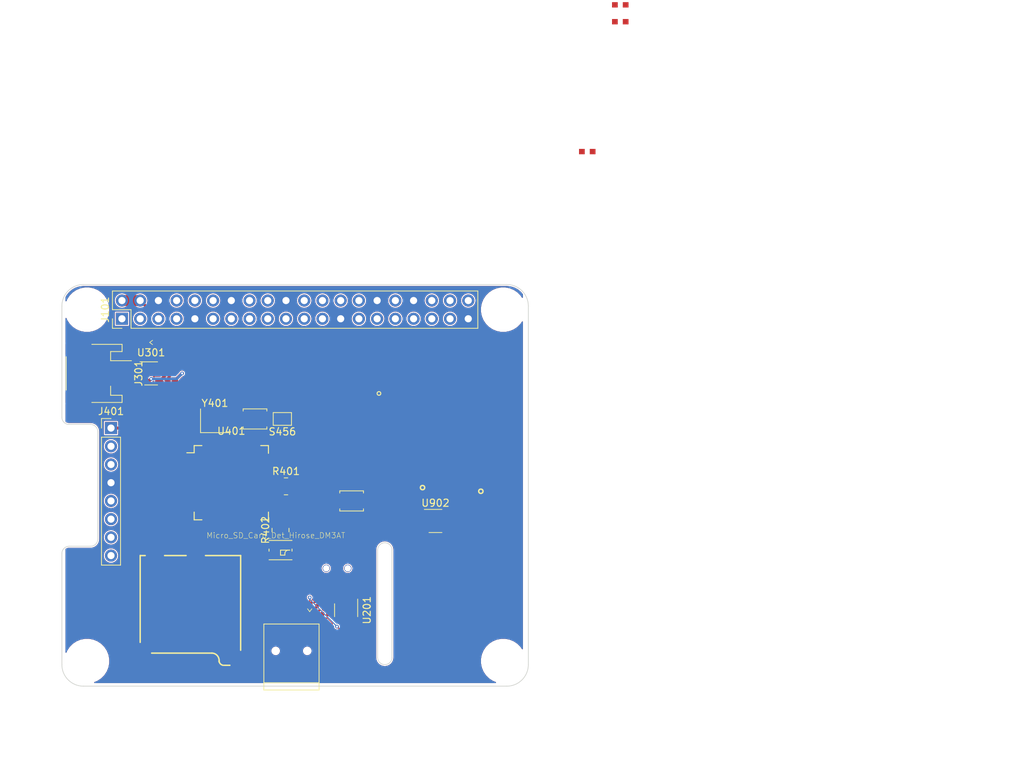
<source format=kicad_pcb>
(kicad_pcb (version 20171130) (host pcbnew "(5.1.0)-1")
  (layers (0 F.Cu signal) (31 B.Cu signal) (34 B.Paste user) (35 F.Paste user) (36 B.SilkS user) (37 F.SilkS user) (38 B.Mask user) (39 F.Mask user) (44 Edge.Cuts user))
  (net 0 "")
  (net 1 GND)
  (net 2 /VBUS)
  (net 3 /USBD-)
  (net 4 /USBD+)
  (net 5 VCC)
  (net 6 /VIN+)
  (net 7 /BYP)
  (net 8 /VLIPO)
  (net 9 /RTXC1)
  (net 10 /RTXC2)
  (net 11 /XTAL2)
  (net 12 /XTAL1)
  (net 13 /MPU6050/N$13)
  (net 14 /MPU6050/N$1)
  (net 15 /HMC5883L/SETP)
  (net 16 /HMC5883L/SETC)
  (net 17 /HMC5883L/C1)
  (net 18 /HighAcc/YACC)
  (net 19 /HighAcc/XACC)
  (net 20 /HighAcc/ZACC)
  (net 21 /DB)
  (net 22 /DG)
  (net 23 /DR)
  (net 24 /CONN_D-)
  (net 25 /CONN_D+)
  (net 26 /SDA0)
  (net 27 /SCL0)
  (net 28 /BSL)
  (net 29 /RX0)
  (net 30 /TX0)
  (net 31 "Net-(J701-Pad10)")
  (net 32 /CS0)
  (net 33 /MOSI0)
  (net 34 /SCK0)
  (net 35 /MISO0)
  (net 36 /USB_LIGHT)
  (net 37 /USB_ON)
  (net 38 /PWMB)
  (net 39 /PWMG)
  (net 40 /PWMR)
  (net 41 /PWR_EN)
  (net 42 /RST)
  (net 43 /ACCINT)
  (net 44 /COMPINT)
  (net 45 /USB_LIGHT+)
  (net 46 /USB_LIGHT-)
  (net 47 /STAT-)
  (net 48 /STAT+)
  (net 49 /PROG)
  (net 50 /RST-)
  (module KwanSystems:ADXL377 (layer F.Cu) (at 133.858 109.474 90)
    (fp_text reference U901)
    (fp_text value ADXL377)
    (pad ~ smd rect (at 0 0 270) (size 1.6 1.6) (layers F.Cu F.Paste F.Mask))
    (pad 13 smd rect (at 0.75 -1.4) (size 0.6 0.3) (layers F.Cu F.Paste F.Mask))
    (pad 16 smd rect (at -0.75 -1.4 180) (size 0.6 0.3) (layers F.Cu F.Paste F.Mask) (net 20 /HighAcc/ZACC))
    (pad 15 smd rect (at -0.25 -1.4 180) (size 0.6 0.3) (layers F.Cu F.Paste F.Mask) (net 5 VCC))
    (pad 14 smd rect (at 0.25 -1.4) (size 0.6 0.3) (layers F.Cu F.Paste F.Mask) (net 5 VCC))
    (pad 9 smd rect (at 1.4 0.75 270) (size 0.6 0.3) (layers F.Cu F.Paste F.Mask))
    (pad 12 smd rect (at 1.4 -0.75 270) (size 0.6 0.3) (layers F.Cu F.Paste F.Mask))
    (pad 11 smd rect (at 1.4 -0.25 90) (size 0.6 0.3) (layers F.Cu F.Paste F.Mask))
    (pad 10 smd rect (at 1.4 0.25 270) (size 0.6 0.3) (layers F.Cu F.Paste F.Mask))
    (pad 5 smd rect (at -0.75 1.4 180) (size 0.6 0.3) (layers F.Cu F.Paste F.Mask) (net 19 /HighAcc/XACC))
    (pad 8 smd rect (at 0.75 1.4) (size 0.6 0.3) (layers F.Cu F.Paste F.Mask))
    (pad 7 smd rect (at 0.25 1.4) (size 0.6 0.3) (layers F.Cu F.Paste F.Mask) (net 1 GND))
    (pad 6 smd rect (at -0.25 1.4 180) (size 0.6 0.3) (layers F.Cu F.Paste F.Mask) (net 1 GND))
    (pad 3 smd rect (at -1.4 0.25 270) (size 0.6 0.3) (layers F.Cu F.Paste F.Mask))
    (pad 4 smd rect (at -1.4 0.75 90) (size 0.6 0.3) (layers F.Cu F.Paste F.Mask) (net 18 /HighAcc/YACC))
    (pad 1 smd rect (at -1.4 -0.75 90) (size 0.6 0.3) (layers F.Cu F.Paste F.Mask))
    (pad 2 smd rect (at -1.4 -0.25 90) (size 0.6 0.3) (layers F.Cu F.Paste F.Mask) (net 1 GND))
  )
  (module KwanSystems:ABS06 (layer F.Cu) (at 98.044 108.204 270)
    (fp_text reference Y402)
    (fp_text value 32kiHz)
    (pad 1 smd rect (at -0.725 0 270) (size 0.75 1.4) (layers F.Cu F.Paste F.Mask) (net 9 /RTXC1))
    (pad 2 smd rect (at 0.725 0 270) (size 0.75 1.4) (layers F.Cu F.Paste F.Mask) (net 10 /RTXC2))
  )
  (module TO_SOT_Packages_SMD:SOT-23-8 (layer F.Cu) (at 133.858 115.824)
    (fp_text reference U902 (at 0 -2.5) (layer F.SilkS))
    (fp_text value AD7991)
    (pad 1 smd rect (at -1.1 -0.98) (size 1.06 0.4) (layers F.Cu F.Paste F.Mask) (net 27 /SCL0))
    (pad 2 smd rect (at -1.1 -0.33) (size 1.06 0.4) (layers F.Cu F.Paste F.Mask) (net 26 /SDA0))
    (pad 3 smd rect (at -1.1 0.33) (size 1.06 0.4) (layers F.Cu F.Paste F.Mask) (net 19 /HighAcc/XACC))
    (pad 4 smd rect (at -1.1 0.98) (size 1.06 0.4) (layers F.Cu F.Paste F.Mask) (net 18 /HighAcc/YACC))
    (pad 5 smd rect (at 1.1 0.98) (size 1.06 0.4) (layers F.Cu F.Paste F.Mask))
    (pad 6 smd rect (at 1.1 0.33) (size 1.06 0.4) (layers F.Cu F.Paste F.Mask) (net 20 /HighAcc/ZACC))
    (pad 7 smd rect (at 1.1 -0.33) (size 1.06 0.4) (layers F.Cu F.Paste F.Mask) (net 1 GND))
    (pad 8 smd rect (at 1.1 -0.98) (size 1.06 0.4) (layers F.Cu F.Paste F.Mask) (net 5 VCC))
  )
  (module KwanSystems:MPU60x0 (layer F.Cu) (at 128.27 100.33)
    (fp_text reference U601 hide)
    (fp_text value MPU6050 hide)
    (pad 13 smd custom (at 2 1.25 180) (size 0.35 0.35) (layers F.Cu F.Paste F.Mask) (net 5 VCC) (options (clearance outline) (anchor rect)) (primitives (gr_poly (pts (xy -0.4 -0.175) (xy -0.4 0.175) (xy 0.4 0.175) (xy 0.4 -0.05) (xy 0.275 -0.175)) (width 0))))
    (pad 18 smd custom (at 2 -1.25 180) (size 0.35 0.35) (layers F.Cu B.Paste B.Mask) (net 1 GND) (options (clearance outline) (anchor rect)) (primitives (gr_poly (pts (xy -0.4 0.175) (xy -0.4 -0.175) (xy 0.4 -0.175) (xy 0.4 0.05) (xy 0.275 0.175)) (width 0))))
    (pad 6 smd custom (at -2 1.25) (size 0.35 0.35) (layers F.Cu B.Paste B.Mask) (options (clearance outline) (anchor rect)) (primitives (gr_poly (pts (xy -0.4 0.175) (xy -0.4 -0.175) (xy 0.4 -0.175) (xy 0.4 0.05) (xy 0.275 0.175)) (width 0))))
    (pad 7 smd custom (at -1.25 1.975 90) (size 0.35 0.35) (layers F.Cu F.Paste F.Mask) (options (clearance outline) (anchor rect)) (primitives (gr_poly (pts (xy -0.425 -0.175) (xy -0.425 0.175) (xy 0.425 0.175) (xy 0.425 -0.05) (xy 0.3 -0.175)) (width 0))))
    (pad 12 smd custom (at 1.25 1.975 90) (size 0.35 0.35) (layers F.Cu B.Paste B.Mask) (net 43 /ACCINT) (options (clearance outline) (anchor rect)) (primitives (gr_poly (pts (xy -0.425 0.175) (xy -0.425 -0.175) (xy 0.425 -0.175) (xy 0.425 0.05) (xy 0.3 0.175)) (width 0))))
    (pad 19 smd custom (at 1.25 -1.975 270) (size 0.35 0.35) (layers F.Cu F.Paste F.Mask) (options (clearance outline) (anchor rect)) (primitives (gr_poly (pts (xy -0.425 -0.175) (xy -0.425 0.175) (xy 0.425 0.175) (xy 0.425 -0.05) (xy 0.3 -0.175)) (width 0))))
    (pad 24 smd custom (at -1.25 -1.975 270) (size 0.35 0.35) (layers F.Cu B.Paste B.Mask) (net 26 /SDA0) (options (clearance outline) (anchor rect)) (primitives (gr_poly (pts (xy -0.425 0.175) (xy -0.425 -0.175) (xy 0.425 -0.175) (xy 0.425 0.05) (xy 0.3 0.175)) (width 0))))
    (pad 22 smd rect (at -0.25 -1.975) (size 0.35 0.85) (layers F.Cu F.Paste F.Mask))
    (pad 21 smd rect (at 0.25 -1.975) (size 0.35 0.85) (layers F.Cu F.Paste F.Mask))
    (pad 20 smd rect (at 0.75 -1.975) (size 0.35 0.85) (layers F.Cu F.Paste F.Mask) (net 14 /MPU6050/N$1))
    (pad 23 smd rect (at -0.75 -1.975) (size 0.35 0.85) (layers F.Cu F.Paste F.Mask) (net 27 /SCL0))
    (pad 10 smd rect (at 0.25 1.975 180) (size 0.35 0.85) (layers F.Cu F.Paste F.Mask) (net 13 /MPU6050/N$13))
    (pad 9 smd rect (at -0.25 1.975 180) (size 0.35 0.85) (layers F.Cu F.Paste F.Mask) (net 1 GND))
    (pad 8 smd rect (at -0.75 1.975 180) (size 0.35 0.85) (layers F.Cu F.Paste F.Mask) (net 5 VCC))
    (pad 11 smd rect (at 0.75 1.975 180) (size 0.35 0.85) (layers F.Cu F.Paste F.Mask) (net 1 GND))
    (pad 4 smd rect (at -2 0.25 90) (size 0.35 0.8) (layers F.Cu F.Paste F.Mask))
    (pad 3 smd rect (at -2 -0.25 90) (size 0.35 0.8) (layers F.Cu F.Paste F.Mask))
    (pad 2 smd rect (at -2 -0.75 90) (size 0.35 0.8) (layers F.Cu F.Paste F.Mask))
    (pad 1 smd custom (at -2 -1.25) (size 0.35 0.35) (layers F.Cu F.Paste F.Mask) (net 1 GND) (options (clearance outline) (anchor rect)) (primitives (gr_poly (pts (xy -0.4 -0.175) (xy -0.4 0.175) (xy 0.4 0.175) (xy 0.4 -0.05) (xy 0.275 -0.175)) (width 0))))
    (pad 5 smd rect (at -2 0.75 90) (size 0.35 0.8) (layers F.Cu F.Paste F.Mask))
    (pad 16 smd rect (at 2 -0.25 270) (size 0.35 0.8) (layers F.Cu F.Paste F.Mask))
    (pad 15 smd rect (at 2 0.25 270) (size 0.35 0.8) (layers F.Cu F.Paste F.Mask))
    (pad 14 smd rect (at 2 0.75 270) (size 0.35 0.8) (layers F.Cu F.Paste F.Mask))
    (pad 17 smd rect (at 2 -0.75 270) (size 0.35 0.8) (layers F.Cu F.Paste F.Mask))
  )
  (module Pin_Headers:Pin_Header_Straight_2x20_Pitch2.54mm (layer F.Cu) (at 90.17 87.63 90)
    (fp_text reference J101 (at 1.27 -2.33 90) (layer F.SilkS))
    (fp_text value Raspberry_Pi_40)
    (pad 40 thru_hole oval (at 2.54 48.26 90) (size 1.7 1.7) (drill 1) (layers *.Cu *.Mask))
    (pad 39 thru_hole oval (at 0 48.26 90) (size 1.7 1.7) (drill 1) (layers *.Cu *.Mask) (net 1 GND))
    (pad 38 thru_hole oval (at 2.54 45.72 90) (size 1.7 1.7) (drill 1) (layers *.Cu *.Mask))
    (pad 37 thru_hole oval (at 0 45.72 90) (size 1.7 1.7) (drill 1) (layers *.Cu *.Mask))
    (pad 36 thru_hole oval (at 2.54 43.18 90) (size 1.7 1.7) (drill 1) (layers *.Cu *.Mask))
    (pad 35 thru_hole oval (at 0 43.18 90) (size 1.7 1.7) (drill 1) (layers *.Cu *.Mask))
    (pad 34 thru_hole oval (at 2.54 40.64 90) (size 1.7 1.7) (drill 1) (layers *.Cu *.Mask) (net 1 GND))
    (pad 33 thru_hole oval (at 0 40.64 90) (size 1.7 1.7) (drill 1) (layers *.Cu *.Mask))
    (pad 32 thru_hole oval (at 2.54 38.1 90) (size 1.7 1.7) (drill 1) (layers *.Cu *.Mask))
    (pad 31 thru_hole oval (at 0 38.1 90) (size 1.7 1.7) (drill 1) (layers *.Cu *.Mask))
    (pad 30 thru_hole oval (at 2.54 35.56 90) (size 1.7 1.7) (drill 1) (layers *.Cu *.Mask) (net 1 GND))
    (pad 29 thru_hole oval (at 0 35.56 90) (size 1.7 1.7) (drill 1) (layers *.Cu *.Mask))
    (pad 28 thru_hole oval (at 2.54 33.02 90) (size 1.7 1.7) (drill 1) (layers *.Cu *.Mask))
    (pad 27 thru_hole oval (at 0 33.02 90) (size 1.7 1.7) (drill 1) (layers *.Cu *.Mask))
    (pad 26 thru_hole oval (at 2.54 30.48 90) (size 1.7 1.7) (drill 1) (layers *.Cu *.Mask))
    (pad 25 thru_hole oval (at 0 30.48 90) (size 1.7 1.7) (drill 1) (layers *.Cu *.Mask) (net 1 GND))
    (pad 24 thru_hole oval (at 2.54 27.94 90) (size 1.7 1.7) (drill 1) (layers *.Cu *.Mask))
    (pad 23 thru_hole oval (at 0 27.94 90) (size 1.7 1.7) (drill 1) (layers *.Cu *.Mask))
    (pad 22 thru_hole oval (at 2.54 25.4 90) (size 1.7 1.7) (drill 1) (layers *.Cu *.Mask))
    (pad 21 thru_hole oval (at 0 25.4 90) (size 1.7 1.7) (drill 1) (layers *.Cu *.Mask))
    (pad 20 thru_hole oval (at 2.54 22.86 90) (size 1.7 1.7) (drill 1) (layers *.Cu *.Mask) (net 1 GND))
    (pad 19 thru_hole oval (at 0 22.86 90) (size 1.7 1.7) (drill 1) (layers *.Cu *.Mask))
    (pad 18 thru_hole oval (at 2.54 20.32 90) (size 1.7 1.7) (drill 1) (layers *.Cu *.Mask))
    (pad 17 thru_hole oval (at 0 20.32 90) (size 1.7 1.7) (drill 1) (layers *.Cu *.Mask))
    (pad 16 thru_hole oval (at 2.54 17.78 90) (size 1.7 1.7) (drill 1) (layers *.Cu *.Mask))
    (pad 15 thru_hole oval (at 0 17.78 90) (size 1.7 1.7) (drill 1) (layers *.Cu *.Mask))
    (pad 14 thru_hole oval (at 2.54 15.24 90) (size 1.7 1.7) (drill 1) (layers *.Cu *.Mask) (net 1 GND))
    (pad 13 thru_hole oval (at 0 15.24 90) (size 1.7 1.7) (drill 1) (layers *.Cu *.Mask))
    (pad 12 thru_hole oval (at 2.54 12.7 90) (size 1.7 1.7) (drill 1) (layers *.Cu *.Mask))
    (pad 11 thru_hole oval (at 0 12.7 90) (size 1.7 1.7) (drill 1) (layers *.Cu *.Mask))
    (pad 10 thru_hole oval (at 2.54 10.16 90) (size 1.7 1.7) (drill 1) (layers *.Cu *.Mask))
    (pad 9 thru_hole oval (at 0 10.16 90) (size 1.7 1.7) (drill 1) (layers *.Cu *.Mask) (net 1 GND))
    (pad 8 thru_hole oval (at 2.54 7.62 90) (size 1.7 1.7) (drill 1) (layers *.Cu *.Mask))
    (pad 7 thru_hole oval (at 0 7.62 90) (size 1.7 1.7) (drill 1) (layers *.Cu *.Mask))
    (pad 6 thru_hole oval (at 2.54 5.08 90) (size 1.7 1.7) (drill 1) (layers *.Cu *.Mask) (net 1 GND))
    (pad 5 thru_hole oval (at 0 5.08 90) (size 1.7 1.7) (drill 1) (layers *.Cu *.Mask))
    (pad 4 thru_hole oval (at 2.54 2.54 90) (size 1.7 1.7) (drill 1) (layers *.Cu *.Mask) (net 2 /VBUS))
    (pad 3 thru_hole oval (at 0 2.54 90) (size 1.7 1.7) (drill 1) (layers *.Cu *.Mask))
    (pad 2 thru_hole oval (at 2.54 0 90) (size 1.7 1.7) (drill 1) (layers *.Cu *.Mask) (net 2 /VBUS))
    (pad 1 thru_hole rect (at 0 0 90) (size 1.7 1.7) (drill 1) (layers *.Cu *.Mask))
  )
  (module RPi_Hat:RPi_Hat_Mounting_Hole (layer F.Cu) (at 143.3 86.36)
    (fp_text reference "" hide)
    (fp_text value "" hide)
    (pad "" np_thru_hole circle (at 0 0) (size 2.75 2.75) (drill 2.75) (layers *.Cu *.Mask) (clearance 1.725))
  )
  (module RPi_Hat:RPi_Hat_Mounting_Hole (layer F.Cu) (at 143.3 135.36)
    (fp_text reference "" hide)
    (fp_text value "" hide)
    (pad "" np_thru_hole circle (at 0 0) (size 2.75 2.75) (drill 2.75) (layers *.Cu *.Mask) (clearance 1.725))
  )
  (module RPi_Hat:RPi_Hat_Mounting_Hole (layer F.Cu) (at 85.3 135.36)
    (fp_text reference "" hide)
    (fp_text value "" hide)
    (pad "" np_thru_hole circle (at 0 0) (size 2.75 2.75) (drill 2.75) (layers *.Cu *.Mask) (clearance 1.725))
  )
  (module RPi_Hat:RPi_Hat_Mounting_Hole (layer F.Cu) (at 85.3 86.36)
    (fp_text reference "" hide)
    (fp_text value "" hide)
    (pad "" np_thru_hole circle (at 0 0) (size 2.75 2.75) (drill 2.75) (layers *.Cu *.Mask) (clearance 1.725))
  )
  (module KwanSystems:SMD_0402 (layer F.Cu) (at 109.982 128.27 90)
    (fp_text reference C010)
    (fp_text value 1uF)
    (pad 2 smd rect (at 0.55 0 90) (size 0.6 0.5) (layers F.Cu F.Paste F.Mask) (net 1 GND))
    (pad 1 smd rect (at -0.55 0 90) (size 0.6 0.5) (layers F.Cu F.Paste F.Mask) (net 2 /VBUS))
  )
  (module KwanSystems:SMD_0402 (layer F.Cu) (at 112.268 128.27 270)
    (fp_text reference C020)
    (fp_text value 22pF)
    (pad 1 smd rect (at -0.55 0 270) (size 0.6 0.5) (layers F.Cu F.Paste F.Mask) (net 3 /USBD-))
    (pad 2 smd rect (at 0.55 0 270) (size 0.6 0.5) (layers F.Cu F.Paste F.Mask) (net 1 GND))
  )
  (module KwanSystems:SMD_0402 (layer F.Cu) (at 115.316 128.27 270)
    (fp_text reference C030)
    (fp_text value 22pF)
    (pad 2 smd rect (at 0.55 0 270) (size 0.6 0.5) (layers F.Cu F.Paste F.Mask) (net 1 GND))
    (pad 1 smd rect (at -0.55 0 270) (size 0.6 0.5) (layers F.Cu F.Paste F.Mask) (net 4 /USBD+))
  )
  (module KwanSystems:SMD_0402 (layer F.Cu) (at 139.446 92.202 180)
    (fp_text reference C101)
    (fp_text value 100nF)
    (pad 1 smd rect (at -0.55 0 180) (size 0.6 0.5) (layers F.Cu F.Paste F.Mask) (net 1 GND))
    (pad 2 smd rect (at 0.55 0 180) (size 0.6 0.5) (layers F.Cu F.Paste F.Mask) (net 5 VCC))
  )
  (module KwanSystems:SMD_0402 (layer F.Cu) (at 123.698 128.27 270)
    (fp_text reference C204)
    (fp_text value 1uF)
    (pad 2 smd rect (at 0.55 0 270) (size 0.6 0.5) (layers F.Cu F.Paste F.Mask) (net 1 GND))
    (pad 1 smd rect (at -0.55 0 270) (size 0.6 0.5) (layers F.Cu F.Paste F.Mask) (net 6 /VIN+))
  )
  (module KwanSystems:SMD_0402 (layer F.Cu) (at 118.872 128.27 90)
    (fp_text reference C214)
    (fp_text value 100nF)
    (pad 1 smd rect (at -0.55 0 90) (size 0.6 0.5) (layers F.Cu F.Paste F.Mask) (net 7 /BYP))
    (pad 2 smd rect (at 0.55 0 90) (size 0.6 0.5) (layers F.Cu F.Paste F.Mask) (net 1 GND))
  )
  (module KwanSystems:SMD_0402 (layer F.Cu) (at 133.096 129.54)
    (fp_text reference C215)
    (fp_text value 4.7nF)
    (pad 1 smd rect (at -0.55 0) (size 0.6 0.5) (layers F.Cu F.Paste F.Mask) (net 5 VCC))
    (pad 2 smd rect (at 0.55 0) (size 0.6 0.5) (layers F.Cu F.Paste F.Mask) (net 1 GND))
  )
  (module KwanSystems:SMD_0402 (layer F.Cu) (at 94.234 97.536)
    (fp_text reference C301)
    (fp_text value 4.7uF)
    (pad 1 smd rect (at -0.55 0) (size 0.6 0.5) (layers F.Cu F.Paste F.Mask) (net 8 /VLIPO))
    (pad 2 smd rect (at 0.55 0) (size 0.6 0.5) (layers F.Cu F.Paste F.Mask) (net 1 GND))
  )
  (module KwanSystems:SMD_0402 (layer F.Cu) (at 94.234 98.298 180)
    (fp_text reference C302)
    (fp_text value 4.7uF)
    (pad 2 smd rect (at 0.55 0 180) (size 0.6 0.5) (layers F.Cu F.Paste F.Mask) (net 1 GND))
    (pad 1 smd rect (at -0.55 0 180) (size 0.6 0.5) (layers F.Cu F.Paste F.Mask) (net 2 /VBUS))
  )
  (module KwanSystems:SMD_0402 (layer F.Cu) (at 96.012 107.442)
    (fp_text reference C403)
    (fp_text value 18pF)
    (pad 2 smd rect (at 0.55 0) (size 0.6 0.5) (layers F.Cu F.Paste F.Mask) (net 9 /RTXC1))
    (pad 1 smd rect (at -0.55 0) (size 0.6 0.5) (layers F.Cu F.Paste F.Mask) (net 1 GND))
  )
  (module KwanSystems:SMD_0402 (layer F.Cu) (at 96.012 108.966)
    (fp_text reference C405)
    (fp_text value 18pF)
    (pad 1 smd rect (at -0.55 0) (size 0.6 0.5) (layers F.Cu F.Paste F.Mask) (net 1 GND))
    (pad 2 smd rect (at 0.55 0) (size 0.6 0.5) (layers F.Cu F.Paste F.Mask) (net 10 /RTXC2))
  )
  (module KwanSystems:SMD_0402 (layer F.Cu) (at 105.156 117.348)
    (fp_text reference C423)
    (fp_text value 1uF)
    (pad 2 smd rect (at 0.55 0) (size 0.6 0.5) (layers F.Cu F.Paste F.Mask) (net 1 GND))
    (pad 1 smd rect (at -0.55 0) (size 0.6 0.5) (layers F.Cu F.Paste F.Mask) (net 5 VCC))
  )
  (module KwanSystems:SMD_0402 (layer F.Cu) (at 113.03 109.22 180)
    (fp_text reference C443)
    (fp_text value 100nF)
    (pad 2 smd rect (at 0.55 0 180) (size 0.6 0.5) (layers F.Cu F.Paste F.Mask) (net 1 GND))
    (pad 1 smd rect (at -0.55 0 180) (size 0.6 0.5) (layers F.Cu F.Paste F.Mask) (net 5 VCC))
  )
  (module KwanSystems:SMD_0402 (layer F.Cu) (at 110.744 104.648 180)
    (fp_text reference C449)
    (fp_text value 100nF)
    (pad 1 smd rect (at -0.55 0 180) (size 0.6 0.5) (layers F.Cu F.Paste F.Mask) (net 1 GND))
    (pad 2 smd rect (at 0.55 0 180) (size 0.6 0.5) (layers F.Cu F.Paste F.Mask) (net 8 /VLIPO))
  )
  (module KwanSystems:SMD_0402 (layer F.Cu) (at 110.744 103.632)
    (fp_text reference C451)
    (fp_text value 100nF)
    (pad 1 smd rect (at -0.55 0) (size 0.6 0.5) (layers F.Cu F.Paste F.Mask) (net 5 VCC))
    (pad 2 smd rect (at 0.55 0) (size 0.6 0.5) (layers F.Cu F.Paste F.Mask) (net 1 GND))
  )
  (module KwanSystems:SMD_0402 (layer F.Cu) (at 105.664 101.854 90)
    (fp_text reference C461)
    (fp_text value 33pF)
    (pad 1 smd rect (at -0.55 0 90) (size 0.6 0.5) (layers F.Cu F.Paste F.Mask) (net 1 GND))
    (pad 2 smd rect (at 0.55 0 90) (size 0.6 0.5) (layers F.Cu F.Paste F.Mask) (net 11 /XTAL2))
  )
  (module KwanSystems:SMD_0402 (layer F.Cu) (at 100.584 101.854 270)
    (fp_text reference C462)
    (fp_text value 33pF)
    (pad 2 smd rect (at 0.55 0 270) (size 0.6 0.5) (layers F.Cu F.Paste F.Mask) (net 12 /XTAL1))
    (pad 1 smd rect (at -0.55 0 270) (size 0.6 0.5) (layers F.Cu F.Paste F.Mask) (net 1 GND))
  )
  (module KwanSystems:SMD_0402 (layer F.Cu) (at 98.806 104.648 180)
    (fp_text reference C463)
    (fp_text value 100nF)
    (pad 2 smd rect (at 0.55 0 180) (size 0.6 0.5) (layers F.Cu F.Paste F.Mask) (net 1 GND))
    (pad 1 smd rect (at -0.55 0 180) (size 0.6 0.5) (layers F.Cu F.Paste F.Mask) (net 5 VCC))
  )
  (module KwanSystems:SMD_0603 (layer F.Cu) (at 128.27 103.632)
    (fp_text reference C610)
    (fp_text value 100nF)
    (pad 2 smd rect (at 0.75 0) (size 0.8 0.75) (layers F.Cu F.Paste F.Mask) (net 13 /MPU6050/N$13))
    (pad 1 smd rect (at -0.75 0) (size 0.8 0.75) (layers F.Cu F.Paste F.Mask) (net 1 GND))
  )
  (module KwanSystems:SMD_0603 (layer F.Cu) (at 155.013001 64.315001)
    (fp_text reference C613)
    (fp_text value 100nF)
    (pad 1 smd rect (at -0.75 0) (size 0.8 0.75) (layers F.Cu F.Paste F.Mask) (net 5 VCC))
    (pad 2 smd rect (at 0.75 0) (size 0.8 0.75) (layers F.Cu F.Paste F.Mask) (net 1 GND))
  )
  (module KwanSystems:SMD_0603 (layer F.Cu) (at 128.258 97.028 180)
    (fp_text reference C620)
    (fp_text value 2.2nF)
    (pad 2 smd rect (at 0.75 0 180) (size 0.8 0.75) (layers F.Cu F.Paste F.Mask) (net 1 GND))
    (pad 1 smd rect (at -0.75 0 180) (size 0.8 0.75) (layers F.Cu F.Paste F.Mask) (net 14 /MPU6050/N$1))
  )
  (module KwanSystems:SMD_0603 (layer F.Cu) (at 128.524 112.522 180)
    (fp_text reference C802)
    (fp_text value 100nF)
    (pad 1 smd rect (at -0.75 0 180) (size 0.8 0.75) (layers F.Cu F.Paste F.Mask) (net 1 GND))
    (pad 2 smd rect (at 0.75 0 180) (size 0.8 0.75) (layers F.Cu F.Paste F.Mask) (net 5 VCC))
  )
  (module KwanSystems:SMD_0603 (layer F.Cu) (at 159.613001 46.205001)
    (fp_text reference C808)
    (fp_text value 220nF)
    (pad 1 smd rect (at -0.75 0) (size 0.8 0.75) (layers F.Cu F.Paste F.Mask) (net 15 /HMC5883L/SETP))
    (pad 2 smd rect (at 0.75 0) (size 0.8 0.75) (layers F.Cu F.Paste F.Mask) (net 16 /HMC5883L/SETC))
  )
  (module KwanSystems:SMD_0603 (layer F.Cu) (at 159.613001 43.855001)
    (fp_text reference C810)
    (fp_text value 4.7uF)
    (pad 2 smd rect (at 0.75 0) (size 0.8 0.75) (layers F.Cu F.Paste F.Mask) (net 17 /HMC5883L/C1))
    (pad 1 smd rect (at -0.75 0) (size 0.8 0.75) (layers F.Cu F.Paste F.Mask) (net 1 GND))
  )
  (module KwanSystems:SMD_0402 (layer F.Cu) (at 133.858 112.014)
    (fp_text reference C904)
    (fp_text value 100nF)
    (pad 2 smd rect (at 0.55 0) (size 0.6 0.5) (layers F.Cu F.Paste F.Mask) (net 18 /HighAcc/YACC))
    (pad 1 smd rect (at -0.55 0) (size 0.6 0.5) (layers F.Cu F.Paste F.Mask) (net 1 GND))
  )
  (module KwanSystems:SMD_0402 (layer F.Cu) (at 136.398 109.474 270)
    (fp_text reference C905)
    (fp_text value 100nF)
    (pad 1 smd rect (at -0.55 0 270) (size 0.6 0.5) (layers F.Cu F.Paste F.Mask) (net 1 GND))
    (pad 2 smd rect (at 0.55 0 270) (size 0.6 0.5) (layers F.Cu F.Paste F.Mask) (net 19 /HighAcc/XACC))
  )
  (module KwanSystems:SMD_0402 (layer F.Cu) (at 136.398 115.316 270)
    (fp_text reference C907)
    (fp_text value 100nF)
    (pad 1 smd rect (at -0.55 0 270) (size 0.6 0.5) (layers F.Cu F.Paste F.Mask) (net 5 VCC))
    (pad 2 smd rect (at 0.55 0 270) (size 0.6 0.5) (layers F.Cu F.Paste F.Mask) (net 1 GND))
  )
  (module KwanSystems:SMD_0402 (layer F.Cu) (at 137.414 115.316 270)
    (fp_text reference C908)
    (fp_text value 10uF)
    (pad 1 smd rect (at -0.55 0 270) (size 0.6 0.5) (layers F.Cu F.Paste F.Mask) (net 5 VCC))
    (pad 2 smd rect (at 0.55 0 270) (size 0.6 0.5) (layers F.Cu F.Paste F.Mask) (net 1 GND))
  )
  (module KwanSystems:SMD_0402 (layer F.Cu) (at 141.986 99.568)
    (fp_text reference C914)
    (fp_text value 4.7uF)
    (pad 2 smd rect (at 0.55 0) (size 0.6 0.5) (layers F.Cu F.Paste F.Mask) (net 1 GND))
    (pad 1 smd rect (at -0.55 0) (size 0.6 0.5) (layers F.Cu F.Paste F.Mask) (net 5 VCC))
  )
  (module KwanSystems:SMD_0402 (layer F.Cu) (at 131.318 109.474 270)
    (fp_text reference C916)
    (fp_text value 100nF)
    (pad 2 smd rect (at 0.55 0 270) (size 0.6 0.5) (layers F.Cu F.Paste F.Mask) (net 20 /HighAcc/ZACC))
    (pad 1 smd rect (at -0.55 0 270) (size 0.6 0.5) (layers F.Cu F.Paste F.Mask) (net 1 GND))
  )
  (module KwanSystems:D_0603 (layer F.Cu) (at 116.332 128.27 90)
    (fp_text reference D050)
    (fp_text value BLUE)
    (pad 2 smd rect (at 0.8 0 270) (size 0.8 0.8) (layers F.Cu F.Paste F.Mask) (net 45 /USB_LIGHT+))
    (pad 1 smd rect (at -0.8 0 270) (size 0.8 0.8) (layers F.Cu F.Paste F.Mask) (net 46 /USB_LIGHT-))
  )
  (module KwanSystems:D_0603 (layer F.Cu) (at 94.234 90.932)
    (fp_text reference D301)
    (fp_text value YELLOW)
    (pad 1 smd rect (at -0.8 0 180) (size 0.8 0.8) (layers F.Cu F.Paste F.Mask) (net 47 /STAT-))
    (pad 2 smd rect (at 0.8 0 180) (size 0.8 0.8) (layers F.Cu F.Paste F.Mask) (net 48 /STAT+))
  )
  (module KwanSystems:SOT-23 (layer F.Cu) (at 98.552 95.25)
    (fp_text reference D302 hide)
    (fp_text value DCC)
    (pad 1 smd rect (at -1 -0.95) (size 0.9 0.8) (layers F.Cu F.Paste F.Mask) (net 2 /VBUS))
    (pad 2 smd rect (at -1 0.95) (size 0.9 0.8) (layers F.Cu F.Paste F.Mask) (net 8 /VLIPO))
    (pad 3 smd rect (at 1 0) (size 0.9 0.8) (layers F.Cu F.Paste F.Mask) (net 6 /VIN+))
  )
  (module KwanSystems:HSMF-C118 (layer F.Cu) (at 112.268 119.888)
    (fp_text reference D401)
    (fp_text value HSMF-C118 hide)
    (pad 4 smd rect (at -1.75 0.75) (size 1.5 1) (layers F.Cu F.Paste F.Mask) (net 21 /DB))
    (pad 3 smd rect (at -1.75 -0.75) (size 1.5 1) (layers F.Cu F.Paste F.Mask) (net 22 /DG))
    (pad 2 smd rect (at 1.75 -0.75) (size 1.5 1) (layers F.Cu F.Paste F.Mask) (net 23 /DR))
    (pad 1 smd rect (at 1.75 0.75) (size 1.5 1) (layers F.Cu F.Paste F.Mask) (net 5 VCC))
  )
  (module KwanSystems:USB_Mini-B (layer F.Cu) (at 113.792 139.192 90)
    (fp_text reference J001)
    (fp_text value USB_MICROB)
    (pad 1 smd rect (at 7.85 -1.6 90) (size 2.3 0.5) (layers F.Cu F.Paste F.Mask) (net 2 /VBUS))
    (pad 2 smd rect (at 7.85 -0.8 90) (size 2.3 0.5) (layers F.Cu F.Paste F.Mask) (net 24 /CONN_D-))
    (pad 3 smd rect (at 7.85 0 90) (size 2.3 0.5) (layers F.Cu F.Paste F.Mask) (net 25 /CONN_D+))
    (pad 4 smd rect (at 7.85 0.8 90) (size 2.3 0.5) (layers F.Cu F.Paste F.Mask))
    (pad 5 smd rect (at 7.85 1.6 90) (size 2.3 0.5) (layers F.Cu F.Paste F.Mask) (net 1 GND))
    (pad 6 smd rect (at 7.75 -4.45 90) (size 2.5 2) (layers F.Cu F.Paste F.Mask) (net 1 GND))
    (pad 6 smd rect (at 2.25 -4.45 90) (size 2.5 2) (layers F.Cu F.Paste F.Mask) (net 1 GND))
    (pad 6 smd rect (at 7.75 4.45 90) (size 2.5 2) (layers F.Cu F.Paste F.Mask) (net 1 GND))
    (pad 6 smd rect (at 2.25 4.45 90) (size 2.5 2) (layers F.Cu F.Paste F.Mask) (net 1 GND))
    (pad "" np_thru_hole circle (at 5.25 -2.2 90) (size 0.9 0.9) (drill 0.9) (layers *.Cu *.Mask))
    (pad "" np_thru_hole circle (at 5.25 2.2 90) (size 0.9 0.9) (drill 0.9) (layers *.Cu *.Mask))
  )
  (module Connectors_JST:JST_PH_S2B-PH-SM4-TB_02x2.00mm_Angled (layer F.Cu) (at 86.868 95.25 270)
    (fp_text reference J301 (at 0 -5.625 270) (layer F.SilkS))
    (fp_text value "JST 2mm")
    (pad "" smd rect (at 3.35 2.875 270) (size 1.5 3.4) (layers F.Cu F.Paste F.Mask))
    (pad "" smd rect (at -3.35 2.875 270) (size 1.5 3.4) (layers F.Cu F.Paste F.Mask))
    (pad 2 smd rect (at 1 -2.875 270) (size 1 3.5) (layers F.Cu F.Paste F.Mask) (net 8 /VLIPO))
    (pad 1 smd rect (at -1 -2.875 270) (size 1 3.5) (layers F.Cu F.Paste F.Mask) (net 1 GND))
  )
  (module Pin_Headers:Pin_Header_Straight_1x08_Pitch2.54mm (layer F.Cu) (at 88.646 102.87)
    (fp_text reference J401 (at 0 -2.33) (layer F.SilkS))
    (fp_text value M07)
    (pad 8 thru_hole oval (at 0 17.78) (size 1.7 1.7) (drill 1) (layers *.Cu *.Mask) (net 5 VCC))
    (pad 7 thru_hole oval (at 0 15.24) (size 1.7 1.7) (drill 1) (layers *.Cu *.Mask) (net 26 /SDA0))
    (pad 6 thru_hole oval (at 0 12.7) (size 1.7 1.7) (drill 1) (layers *.Cu *.Mask) (net 27 /SCL0))
    (pad 5 thru_hole oval (at 0 10.16) (size 1.7 1.7) (drill 1) (layers *.Cu *.Mask) (net 28 /BSL))
    (pad 4 thru_hole oval (at 0 7.62) (size 1.7 1.7) (drill 1) (layers *.Cu *.Mask) (net 1 GND))
    (pad 3 thru_hole oval (at 0 5.08) (size 1.7 1.7) (drill 1) (layers *.Cu *.Mask) (net 29 /RX0))
    (pad 2 thru_hole oval (at 0 2.54) (size 1.7 1.7) (drill 1) (layers *.Cu *.Mask) (net 30 /TX0))
    (pad 1 thru_hole rect (at 0 0) (size 1.7 1.7) (drill 1) (layers *.Cu *.Mask) (net 2 /VBUS))
  )
  (module KwanSystems:MICROSD-SOCKET-PP (layer F.Cu) (at 92.71 120.65 180)
    (fp_text reference J701)
    (fp_text value Micro_SD_Card_Det_Hirose_DM3AT (at -9.2 2.35 180) (layer F.SilkS) (effects (font (size 0.77216 0.77216) (thickness 0.061772)) (justify left bottom)))
    (pad 10 smd rect (at -7.75 -0.4 180) (size 1.8 1.4) (layers F.Cu F.Paste F.Mask) (net 31 "Net-(J701-Pad10)"))
    (pad 10 smd rect (at -2.05 -0.4 180) (size 1.8 1.4) (layers F.Cu F.Paste F.Mask) (net 31 "Net-(J701-Pad10)"))
    (pad 9 smd rect (at -0.45 -13.55 180) (size 1.4 1.9) (layers F.Cu F.Paste F.Mask) (net 1 GND))
    (pad 9 smd rect (at -13.6 -14.55 180) (size 1.4 1.9) (layers F.Cu F.Paste F.Mask) (net 1 GND))
    (pad 1 smd rect (at -8.94 -10.7 180) (size 0.8 1.5) (layers F.Cu F.Paste F.Mask))
    (pad 2 smd rect (at -7.84 -10.3 180) (size 0.8 1.5) (layers F.Cu F.Paste F.Mask) (net 32 /CS0))
    (pad 3 smd rect (at -6.74 -10.7 180) (size 0.8 1.5) (layers F.Cu F.Paste F.Mask) (net 33 /MOSI0))
    (pad 4 smd rect (at -5.64 -10.9 180) (size 0.8 1.5) (layers F.Cu F.Paste F.Mask) (net 5 VCC))
    (pad 5 smd rect (at -4.54 -10.7 180) (size 0.8 1.5) (layers F.Cu F.Paste F.Mask) (net 34 /SCK0))
    (pad 6 smd rect (at -3.44 -10.9 180) (size 0.8 1.5) (layers F.Cu F.Paste F.Mask) (net 1 GND))
    (pad 7 smd rect (at -2.34 -10.7 180) (size 0.8 1.5) (layers F.Cu F.Paste F.Mask) (net 35 /MISO0))
    (pad 8 smd rect (at -1.24 -10.7 180) (size 0.8 1.5) (layers F.Cu F.Paste F.Mask))
  )
  (module KwanSystems:SOT-23 (layer F.Cu) (at 121.412 132.08 90)
    (fp_text reference Q050 hide)
    (fp_text value PMOS)
    (pad 3 smd rect (at 1 0 90) (size 0.9 0.8) (layers F.Cu F.Paste F.Mask) (net 45 /USB_LIGHT+))
    (pad 2 smd rect (at -1 0.95 90) (size 0.9 0.8) (layers F.Cu F.Paste F.Mask) (net 5 VCC))
    (pad 1 smd rect (at -1 -0.95 90) (size 0.9 0.8) (layers F.Cu F.Paste F.Mask) (net 36 /USB_LIGHT))
  )
  (module KwanSystems:SMD_0402 (layer F.Cu) (at 110.744 128.27 90)
    (fp_text reference R010)
    (fp_text value 10k)
    (pad 1 smd rect (at -0.55 0 90) (size 0.6 0.5) (layers F.Cu F.Paste F.Mask) (net 2 /VBUS))
    (pad 2 smd rect (at 0.55 0 90) (size 0.6 0.5) (layers F.Cu F.Paste F.Mask) (net 37 /USB_ON))
  )
  (module KwanSystems:SMD_0402 (layer F.Cu) (at 111.506 128.27 270)
    (fp_text reference R011)
    (fp_text value 100k)
    (pad 1 smd rect (at -0.55 0 270) (size 0.6 0.5) (layers F.Cu F.Paste F.Mask) (net 1 GND))
    (pad 2 smd rect (at 0.55 0 270) (size 0.6 0.5) (layers F.Cu F.Paste F.Mask) (net 2 /VBUS))
  )
  (module KwanSystems:SMD_0402 (layer F.Cu) (at 113.03 128.27 90)
    (fp_text reference R020)
    (fp_text value 33)
    (pad 2 smd rect (at 0.55 0 90) (size 0.6 0.5) (layers F.Cu F.Paste F.Mask) (net 3 /USBD-))
    (pad 1 smd rect (at -0.55 0 90) (size 0.6 0.5) (layers F.Cu F.Paste F.Mask) (net 24 /CONN_D-))
  )
  (module KwanSystems:SMD_0402 (layer F.Cu) (at 113.792 128.27 90)
    (fp_text reference R030)
    (fp_text value 33)
    (pad 2 smd rect (at 0.55 0 90) (size 0.6 0.5) (layers F.Cu F.Paste F.Mask) (net 4 /USBD+))
    (pad 1 smd rect (at -0.55 0 90) (size 0.6 0.5) (layers F.Cu F.Paste F.Mask) (net 25 /CONN_D+))
  )
  (module KwanSystems:SMD_0402 (layer F.Cu) (at 114.554 128.27 90)
    (fp_text reference R031)
    (fp_text value 1.5k)
    (pad 1 smd rect (at -0.55 0 90) (size 0.6 0.5) (layers F.Cu F.Paste F.Mask) (net 25 /CONN_D+))
    (pad 2 smd rect (at 0.55 0 90) (size 0.6 0.5) (layers F.Cu F.Paste F.Mask) (net 45 /USB_LIGHT+))
  )
  (module KwanSystems:SMD_0402 (layer F.Cu) (at 117.348 128.27 90)
    (fp_text reference R050)
    (fp_text value 1.5k)
    (pad 2 smd rect (at 0.55 0 90) (size 0.6 0.5) (layers F.Cu F.Paste F.Mask) (net 46 /USB_LIGHT-))
    (pad 1 smd rect (at -0.55 0 90) (size 0.6 0.5) (layers F.Cu F.Paste F.Mask) (net 1 GND))
  )
  (module KwanSystems:SMD_0402 (layer F.Cu) (at 118.11 128.27 90)
    (fp_text reference R051)
    (fp_text value 10k)
    (pad 2 smd rect (at 0.55 0 90) (size 0.6 0.5) (layers F.Cu F.Paste F.Mask) (net 5 VCC))
    (pad 1 smd rect (at -0.55 0 90) (size 0.6 0.5) (layers F.Cu F.Paste F.Mask) (net 36 /USB_LIGHT))
  )
  (module KwanSystems:SMD_0402 (layer F.Cu) (at 94.234 92.964)
    (fp_text reference R301)
    (fp_text value 10k)
    (pad 2 smd rect (at 0.55 0) (size 0.6 0.5) (layers F.Cu F.Paste F.Mask) (net 49 /PROG))
    (pad 1 smd rect (at -0.55 0) (size 0.6 0.5) (layers F.Cu F.Paste F.Mask) (net 1 GND))
  )
  (module KwanSystems:SMD_0402 (layer F.Cu) (at 94.234 92.202 180)
    (fp_text reference R302)
    (fp_text value 1.5k)
    (pad 1 smd rect (at -0.55 0 180) (size 0.6 0.5) (layers F.Cu F.Paste F.Mask) (net 2 /VBUS))
    (pad 2 smd rect (at 0.55 0 180) (size 0.6 0.5) (layers F.Cu F.Paste F.Mask) (net 48 /STAT+))
  )
  (module KwanSystems:R_Array_Convex_4x0402 (layer F.Cu) (at 113.03 110.998)
    (fp_text reference R401 (at 0 -2.1) (layer F.SilkS))
    (fp_text value 10k)
    (pad 5 smd rect (at 0.5 0.8) (size 0.5 0.4) (layers F.Cu F.Paste F.Mask) (net 5 VCC))
    (pad 6 smd rect (at 0.5 0.25) (size 0.5 0.3) (layers F.Cu F.Paste F.Mask) (net 5 VCC))
    (pad 8 smd rect (at 0.5 -0.8) (size 0.5 0.4) (layers F.Cu F.Paste F.Mask) (net 5 VCC))
    (pad 7 smd rect (at 0.5 -0.25) (size 0.5 0.3) (layers F.Cu F.Paste F.Mask) (net 5 VCC))
    (pad 4 smd rect (at -0.5 0.8) (size 0.5 0.4) (layers F.Cu F.Paste F.Mask) (net 27 /SCL0))
    (pad 2 smd rect (at -0.5 -0.25) (size 0.5 0.3) (layers F.Cu F.Paste F.Mask) (net 42 /RST))
    (pad 3 smd rect (at -0.5 0.25) (size 0.5 0.3) (layers F.Cu F.Paste F.Mask) (net 26 /SDA0))
    (pad 1 smd rect (at -0.5 -0.8) (size 0.5 0.4) (layers F.Cu F.Paste F.Mask) (net 28 /BSL))
  )
  (module KwanSystems:R_Array_Convex_4x0402 (layer F.Cu) (at 112.268 117.094 90)
    (fp_text reference R402 (at 0 -2.1 90) (layer F.SilkS))
    (fp_text value 1.5k)
    (pad 1 smd rect (at -0.5 -0.8 90) (size 0.5 0.4) (layers F.Cu F.Paste F.Mask) (net 22 /DG))
    (pad 3 smd rect (at -0.5 0.25 90) (size 0.5 0.3) (layers F.Cu F.Paste F.Mask))
    (pad 2 smd rect (at -0.5 -0.25 90) (size 0.5 0.3) (layers F.Cu F.Paste F.Mask) (net 21 /DB))
    (pad 4 smd rect (at -0.5 0.8 90) (size 0.5 0.4) (layers F.Cu F.Paste F.Mask) (net 23 /DR))
    (pad 7 smd rect (at 0.5 -0.25 90) (size 0.5 0.3) (layers F.Cu F.Paste F.Mask) (net 38 /PWMB))
    (pad 8 smd rect (at 0.5 -0.8 90) (size 0.5 0.4) (layers F.Cu F.Paste F.Mask) (net 39 /PWMG))
    (pad 6 smd rect (at 0.5 0.25 90) (size 0.5 0.3) (layers F.Cu F.Paste F.Mask))
    (pad 5 smd rect (at 0.5 0.8 90) (size 0.5 0.4) (layers F.Cu F.Paste F.Mask) (net 40 /PWMR))
  )
  (module KwanSystems:SWITCH_DPDT_AZY0202 (layer F.Cu) (at 120.142 122.428 180)
    (fp_text reference S201 hide)
    (fp_text value SPDT hide)
    (pad "" np_thru_hole circle (at -1.5 0 180) (size 1 1) (drill 0.85) (layers *.Cu *.Mask))
    (pad 4 smd rect (at -2.5 2.825 180) (size 1 1.15) (layers F.Cu F.Paste F.Mask))
    (pad 5 smd rect (at 0 2.825 180) (size 1 1.15) (layers F.Cu F.Paste F.Mask))
    (pad 3 smd rect (at 2.5 -2.825 180) (size 1 1.15) (layers F.Cu F.Paste F.Mask) (net 1 GND))
    (pad 6 smd rect (at 2.5 2.825 180) (size 1 1.15) (layers F.Cu F.Paste F.Mask))
    (pad 2 smd rect (at 0 -2.825 180) (size 1 1.15) (layers F.Cu F.Paste F.Mask) (net 41 /PWR_EN))
    (pad 1 smd rect (at -2.5 -2.825 180) (size 1 1.15) (layers F.Cu F.Paste F.Mask) (net 6 /VIN+))
    (pad "" np_thru_hole circle (at 1.5 0 180) (size 1 1) (drill 0.85) (layers *.Cu *.Mask))
  )
  (module Connectors:GS2 (layer F.Cu) (at 112.522 101.6 270)
    (fp_text reference S456 (at 1.78 0) (layer F.SilkS))
    (fp_text value SOLDERJUMPERNO)
    (pad 2 smd rect (at 0 0.64 270) (size 1.27 0.97) (layers F.Cu F.Paste F.Mask) (net 50 /RST-))
    (pad 1 smd rect (at 0 -0.64 270) (size 1.27 0.97) (layers F.Cu F.Paste F.Mask) (net 1 GND))
  )
  (module KwanSystems:SW_SPST_B3U-1000P (layer F.Cu) (at 108.712 101.6 180)
    (fp_text reference S457)
    (fp_text value SPST)
    (pad 2 smd rect (at 1.7 0 180) (size 0.9 1.7) (layers F.Cu F.Paste F.Mask) (net 42 /RST))
    (pad 1 smd rect (at -1.7 0 180) (size 0.9 1.7) (layers F.Cu F.Paste F.Mask) (net 50 /RST-))
  )
  (module KwanSystems:SW_SPST_B3U-1000P (layer F.Cu) (at 122.174 113.03)
    (fp_text reference S458)
    (fp_text value B3U-1000P)
    (pad 1 smd rect (at -1.7 0) (size 0.9 1.7) (layers F.Cu F.Paste F.Mask) (net 37 /USB_ON))
    (pad 2 smd rect (at 1.7 0) (size 0.9 1.7) (layers F.Cu F.Paste F.Mask) (net 1 GND))
  )
  (module KwanSystems:BMP180 (layer F.Cu) (at 138.43 95.25)
    (fp_text reference U101 hide)
    (fp_text value BMP180)
    (pad 3 smd rect (at -1.5 -1.45) (size 0.6 1.2) (layers F.Cu F.Paste F.Mask) (net 5 VCC))
    (pad 2 smd rect (at 0 -1.45) (size 0.6 1.2) (layers F.Cu F.Paste F.Mask) (net 5 VCC))
    (pad 1 smd rect (at 1.5 -1.45) (size 0.6 1.2) (layers F.Cu F.Paste F.Mask))
    (pad 4 smd rect (at -1.5 1.45) (size 0.6 1.2) (layers F.Cu F.Paste F.Mask))
    (pad 5 smd rect (at 0 1.45) (size 0.6 1.2) (layers F.Cu F.Paste F.Mask) (net 27 /SCL0))
    (pad 6 smd rect (at 1.5 1.45) (size 0.6 1.2) (layers F.Cu F.Paste F.Mask) (net 26 /SDA0))
    (pad 7 smd rect (at 1.55 0) (size 1.2 0.6) (layers F.Cu F.Paste F.Mask) (net 1 GND))
  )
  (module TO_SOT_Packages_SMD:SOT-23-5 (layer F.Cu) (at 121.412 128.27 270)
    (fp_text reference U201 (at 0 -2.9 270) (layer F.SilkS))
    (fp_text value 3.3V)
    (pad 5 smd rect (at 1.1 -0.95 270) (size 1.06 0.65) (layers F.Cu F.Paste F.Mask) (net 5 VCC))
    (pad 4 smd rect (at 1.1 0.95 270) (size 1.06 0.65) (layers F.Cu F.Paste F.Mask) (net 7 /BYP))
    (pad 3 smd rect (at -1.1 0.95 270) (size 1.06 0.65) (layers F.Cu F.Paste F.Mask) (net 41 /PWR_EN))
    (pad 2 smd rect (at -1.1 0 270) (size 1.06 0.65) (layers F.Cu F.Paste F.Mask) (net 1 GND))
    (pad 1 smd rect (at -1.1 -0.95 270) (size 1.06 0.65) (layers F.Cu F.Paste F.Mask) (net 6 /VIN+))
  )
  (module TO_SOT_Packages_SMD:SOT-23-5 (layer F.Cu) (at 94.234 95.25)
    (fp_text reference U301 (at 0 -2.9) (layer F.SilkS))
    (fp_text value MCP73831)
    (pad 1 smd rect (at -1.1 -0.95) (size 1.06 0.65) (layers F.Cu F.Paste F.Mask) (net 47 /STAT-))
    (pad 2 smd rect (at -1.1 0) (size 1.06 0.65) (layers F.Cu F.Paste F.Mask) (net 1 GND))
    (pad 3 smd rect (at -1.1 0.95) (size 1.06 0.65) (layers F.Cu F.Paste F.Mask) (net 8 /VLIPO))
    (pad 4 smd rect (at 1.1 0.95) (size 1.06 0.65) (layers F.Cu F.Paste F.Mask) (net 2 /VBUS))
    (pad 5 smd rect (at 1.1 -0.95) (size 1.06 0.65) (layers F.Cu F.Paste F.Mask) (net 49 /PROG))
  )
  (module Housings_QFP:LQFP-64_10x10mm_Pitch0.5mm (layer F.Cu) (at 105.41 110.49)
    (fp_text reference U401 (at 0 -7.2) (layer F.SilkS))
    (fp_text value LPC2148)
    (pad 64 smd rect (at -3.75 -5.7 90) (size 1 0.25) (layers F.Cu F.Paste F.Mask))
    (pad 63 smd rect (at -3.25 -5.7 90) (size 1 0.25) (layers F.Cu F.Paste F.Mask) (net 5 VCC))
    (pad 62 smd rect (at -2.75 -5.7 90) (size 1 0.25) (layers F.Cu F.Paste F.Mask) (net 12 /XTAL1))
    (pad 61 smd rect (at -2.25 -5.7 90) (size 1 0.25) (layers F.Cu F.Paste F.Mask) (net 11 /XTAL2))
    (pad 60 smd rect (at -1.75 -5.7 90) (size 1 0.25) (layers F.Cu F.Paste F.Mask))
    (pad 59 smd rect (at -1.25 -5.7 90) (size 1 0.25) (layers F.Cu F.Paste F.Mask) (net 1 GND))
    (pad 58 smd rect (at -0.75 -5.7 90) (size 1 0.25) (layers F.Cu F.Paste F.Mask) (net 37 /USB_ON))
    (pad 57 smd rect (at -0.25 -5.7 90) (size 1 0.25) (layers F.Cu F.Paste F.Mask) (net 42 /RST))
    (pad 56 smd rect (at 0.25 -5.7 90) (size 1 0.25) (layers F.Cu F.Paste F.Mask))
    (pad 55 smd rect (at 0.75 -5.7 90) (size 1 0.25) (layers F.Cu F.Paste F.Mask))
    (pad 54 smd rect (at 1.25 -5.7 90) (size 1 0.25) (layers F.Cu F.Paste F.Mask))
    (pad 53 smd rect (at 1.75 -5.7 90) (size 1 0.25) (layers F.Cu F.Paste F.Mask))
    (pad 52 smd rect (at 2.25 -5.7 90) (size 1 0.25) (layers F.Cu F.Paste F.Mask))
    (pad 51 smd rect (at 2.75 -5.7 90) (size 1 0.25) (layers F.Cu F.Paste F.Mask) (net 5 VCC))
    (pad 50 smd rect (at 3.25 -5.7 90) (size 1 0.25) (layers F.Cu F.Paste F.Mask) (net 1 GND))
    (pad 49 smd rect (at 3.75 -5.7 90) (size 1 0.25) (layers F.Cu F.Paste F.Mask) (net 8 /VLIPO))
    (pad 48 smd rect (at 5.7 -3.75) (size 1 0.25) (layers F.Cu F.Paste F.Mask))
    (pad 47 smd rect (at 5.7 -3.25) (size 1 0.25) (layers F.Cu F.Paste F.Mask) (net 43 /ACCINT))
    (pad 46 smd rect (at 5.7 -2.75) (size 1 0.25) (layers F.Cu F.Paste F.Mask))
    (pad 45 smd rect (at 5.7 -2.25) (size 1 0.25) (layers F.Cu F.Paste F.Mask) (net 32 /CS0))
    (pad 44 smd rect (at 5.7 -1.75) (size 1 0.25) (layers F.Cu F.Paste F.Mask))
    (pad 43 smd rect (at 5.7 -1.25) (size 1 0.25) (layers F.Cu F.Paste F.Mask) (net 5 VCC))
    (pad 42 smd rect (at 5.7 -0.75) (size 1 0.25) (layers F.Cu F.Paste F.Mask) (net 1 GND))
    (pad 41 smd rect (at 5.7 -0.25) (size 1 0.25) (layers F.Cu F.Paste F.Mask) (net 28 /BSL))
    (pad 40 smd rect (at 5.7 0.25) (size 1 0.25) (layers F.Cu F.Paste F.Mask))
    (pad 39 smd rect (at 5.7 0.75) (size 1 0.25) (layers F.Cu F.Paste F.Mask))
    (pad 38 smd rect (at 5.7 1.25) (size 1 0.25) (layers F.Cu F.Paste F.Mask))
    (pad 37 smd rect (at 5.7 1.75) (size 1 0.25) (layers F.Cu F.Paste F.Mask))
    (pad 36 smd rect (at 5.7 2.25) (size 1 0.25) (layers F.Cu F.Paste F.Mask))
    (pad 35 smd rect (at 5.7 2.75) (size 1 0.25) (layers F.Cu F.Paste F.Mask) (net 44 /COMPINT))
    (pad 34 smd rect (at 5.7 3.25) (size 1 0.25) (layers F.Cu F.Paste F.Mask) (net 38 /PWMB))
    (pad 33 smd rect (at 5.7 3.75) (size 1 0.25) (layers F.Cu F.Paste F.Mask) (net 40 /PWMR))
    (pad 32 smd rect (at 3.75 5.7 90) (size 1 0.25) (layers F.Cu F.Paste F.Mask))
    (pad 31 smd rect (at 3.25 5.7 90) (size 1 0.25) (layers F.Cu F.Paste F.Mask) (net 39 /PWMG))
    (pad 30 smd rect (at 2.75 5.7 90) (size 1 0.25) (layers F.Cu F.Paste F.Mask) (net 33 /MOSI0))
    (pad 29 smd rect (at 2.25 5.7 90) (size 1 0.25) (layers F.Cu F.Paste F.Mask) (net 35 /MISO0))
    (pad 28 smd rect (at 1.75 5.7 90) (size 1 0.25) (layers F.Cu F.Paste F.Mask))
    (pad 27 smd rect (at 1.25 5.7 90) (size 1 0.25) (layers F.Cu F.Paste F.Mask) (net 34 /SCK0))
    (pad 26 smd rect (at 0.75 5.7 90) (size 1 0.25) (layers F.Cu F.Paste F.Mask) (net 26 /SDA0))
    (pad 25 smd rect (at 0.25 5.7 90) (size 1 0.25) (layers F.Cu F.Paste F.Mask) (net 1 GND))
    (pad 24 smd rect (at -0.25 5.7 90) (size 1 0.25) (layers F.Cu F.Paste F.Mask))
    (pad 23 smd rect (at -0.75 5.7 90) (size 1 0.25) (layers F.Cu F.Paste F.Mask) (net 5 VCC))
    (pad 22 smd rect (at -1.25 5.7 90) (size 1 0.25) (layers F.Cu F.Paste F.Mask) (net 27 /SCL0))
    (pad 21 smd rect (at -1.75 5.7 90) (size 1 0.25) (layers F.Cu F.Paste F.Mask) (net 29 /RX0))
    (pad 20 smd rect (at -2.25 5.7 90) (size 1 0.25) (layers F.Cu F.Paste F.Mask))
    (pad 19 smd rect (at -2.75 5.7 90) (size 1 0.25) (layers F.Cu F.Paste F.Mask) (net 30 /TX0))
    (pad 18 smd rect (at -3.25 5.7 90) (size 1 0.25) (layers F.Cu F.Paste F.Mask) (net 1 GND))
    (pad 17 smd rect (at -3.75 5.7 90) (size 1 0.25) (layers F.Cu F.Paste F.Mask) (net 36 /USB_LIGHT))
    (pad 16 smd rect (at -5.7 3.75) (size 1 0.25) (layers F.Cu F.Paste F.Mask))
    (pad 15 smd rect (at -5.7 3.25) (size 1 0.25) (layers F.Cu F.Paste F.Mask))
    (pad 14 smd rect (at -5.7 2.75) (size 1 0.25) (layers F.Cu F.Paste F.Mask))
    (pad 13 smd rect (at -5.7 2.25) (size 1 0.25) (layers F.Cu F.Paste F.Mask))
    (pad 12 smd rect (at -5.7 1.75) (size 1 0.25) (layers F.Cu F.Paste F.Mask))
    (pad 11 smd rect (at -5.7 1.25) (size 1 0.25) (layers F.Cu F.Paste F.Mask) (net 3 /USBD-))
    (pad 10 smd rect (at -5.7 0.75) (size 1 0.25) (layers F.Cu F.Paste F.Mask) (net 4 /USBD+))
    (pad 9 smd rect (at -5.7 0.25) (size 1 0.25) (layers F.Cu F.Paste F.Mask))
    (pad 8 smd rect (at -5.7 -0.25) (size 1 0.25) (layers F.Cu F.Paste F.Mask))
    (pad 7 smd rect (at -5.7 -0.75) (size 1 0.25) (layers F.Cu F.Paste F.Mask) (net 5 VCC))
    (pad 6 smd rect (at -5.7 -1.25) (size 1 0.25) (layers F.Cu F.Paste F.Mask) (net 1 GND))
    (pad 5 smd rect (at -5.7 -1.75) (size 1 0.25) (layers F.Cu F.Paste F.Mask) (net 10 /RTXC2))
    (pad 4 smd rect (at -5.7 -2.25) (size 1 0.25) (layers F.Cu F.Paste F.Mask))
    (pad 3 smd rect (at -5.7 -2.75) (size 1 0.25) (layers F.Cu F.Paste F.Mask) (net 9 /RTXC1))
    (pad 2 smd rect (at -5.7 -3.25) (size 1 0.25) (layers F.Cu F.Paste F.Mask))
    (pad 1 smd rect (at -5.7 -3.75) (size 1 0.25) (layers F.Cu F.Paste F.Mask))
  )
  (module KwanSystems:HMC5883L (layer F.Cu) (at 141.986 109.982 90)
    (fp_text reference U801)
    (fp_text value HMC5883L)
    (pad 2 smd rect (at -1.275 -0.25 90) (size 0.45 0.3) (layers F.Cu F.Paste F.Mask) (net 5 VCC))
    (pad 1 smd rect (at -1.275 -0.75 90) (size 0.45 0.3) (layers F.Cu F.Paste F.Mask) (net 27 /SCL0))
    (pad 4 smd rect (at -1.275 0.75 90) (size 0.45 0.3) (layers F.Cu F.Paste F.Mask) (net 5 VCC))
    (pad 3 smd rect (at -1.275 0.25 270) (size 0.45 0.3) (layers F.Cu F.Paste F.Mask))
    (pad 6 smd rect (at -0.25 1.275 180) (size 0.45 0.3) (layers F.Cu F.Paste F.Mask))
    (pad 7 smd rect (at 0.25 1.275) (size 0.45 0.3) (layers F.Cu F.Paste F.Mask))
    (pad 8 smd rect (at 0.75 1.275) (size 0.45 0.3) (layers F.Cu F.Paste F.Mask) (net 15 /HMC5883L/SETP))
    (pad 5 smd rect (at -0.75 1.275 180) (size 0.45 0.3) (layers F.Cu F.Paste F.Mask))
    (pad 10 smd rect (at 1.275 0.25 270) (size 0.45 0.3) (layers F.Cu F.Paste F.Mask) (net 17 /HMC5883L/C1))
    (pad 11 smd rect (at 1.275 -0.25 90) (size 0.45 0.3) (layers F.Cu F.Paste F.Mask) (net 1 GND))
    (pad 12 smd rect (at 1.275 -0.75 270) (size 0.45 0.3) (layers F.Cu F.Paste F.Mask) (net 16 /HMC5883L/SETC))
    (pad 9 smd rect (at 1.275 0.75 270) (size 0.45 0.3) (layers F.Cu F.Paste F.Mask) (net 1 GND))
    (pad 14 smd rect (at 0.25 -1.275) (size 0.45 0.3) (layers F.Cu F.Paste F.Mask))
    (pad 15 smd rect (at -0.25 -1.275 180) (size 0.45 0.3) (layers F.Cu F.Paste F.Mask) (net 44 /COMPINT))
    (pad 16 smd rect (at -0.75 -1.275 180) (size 0.45 0.3) (layers F.Cu F.Paste F.Mask) (net 26 /SDA0))
    (pad 13 smd rect (at 0.75 -1.275) (size 0.45 0.3) (layers F.Cu F.Paste F.Mask) (net 5 VCC))
  )
  (module Crystals:Crystal_SMD_Abracon_ABM8G-4pin_3.2x2.5mm (layer F.Cu) (at 103.124 101.854)
    (fp_text reference Y401 (at 0 -2.45) (layer F.SilkS))
    (fp_text value 12MHz)
    (pad 4 smd rect (at -1.1 -0.85) (size 1.4 1.2) (layers F.Cu F.Paste F.Mask))
    (pad 3 smd rect (at 1.1 -0.85) (size 1.4 1.2) (layers F.Cu F.Paste F.Mask) (net 11 /XTAL2))
    (pad 2 smd rect (at 1.1 0.85) (size 1.4 1.2) (layers F.Cu F.Paste F.Mask) (net 1 GND))
    (pad 1 smd rect (at -1.1 0.85) (size 1.4 1.2) (layers F.Cu F.Paste F.Mask) (net 12 /XTAL1))
  )
  (gr_arc (start 143.8 85.86) (end 143.8 82.86) (angle 90) (layer Edge.Cuts) (width 0.1))
  (gr_line (start 84.8 82.86) (end 143.8 82.86) (angle 90) (layer Edge.Cuts) (width 0.1))
  (gr_arc (start 84.8 85.86) (end 81.8 85.86) (angle 90) (layer Edge.Cuts) (width 0.1))
  (gr_arc (start 126.8 134.86) (end 125.8 134.86) (angle -180) (layer Edge.Cuts) (width 0.1))
  (gr_arc (start 126.8 119.86) (end 125.8 119.86) (angle 180) (layer Edge.Cuts) (width 0.1))
  (gr_line (start 127.8 119.86) (end 127.8 134.86) (angle 90) (layer Edge.Cuts) (width 0.1))
  (gr_line (start 125.8 119.86) (end 125.8 134.86) (angle 90) (layer Edge.Cuts) (width 0.1))
  (gr_arc (start 82.8 120.36) (end 81.8 120.36) (angle 90) (layer Edge.Cuts) (width 0.1))
  (gr_arc (start 85.8 118.36) (end 86.8 118.36) (angle 90) (layer Edge.Cuts) (width 0.1))
  (gr_arc (start 85.8 103.36) (end 85.8 102.36) (angle 90) (layer Edge.Cuts) (width 0.1))
  (gr_arc (start 82.8 101.36) (end 82.8 102.36) (angle 90) (layer Edge.Cuts) (width 0.1))
  (gr_arc (start 143.8 135.86) (end 146.8 135.86) (angle 90) (layer Edge.Cuts) (width 0.1))
  (gr_arc (start 84.8 135.86) (end 84.8 138.86) (angle 90) (layer Edge.Cuts) (width 0.1))
  (gr_line (start 81.8 120.36) (end 81.8 135.86) (layer Edge.Cuts) (width 0.1))
  (gr_line (start 81.8 85.86) (end 81.8 101.36) (layer Edge.Cuts) (width 0.1))
  (gr_line (start 82.8 119.36) (end 85.8 119.36) (layer Edge.Cuts) (width 0.1))
  (gr_line (start 82.8 102.36) (end 85.8 102.36) (layer Edge.Cuts) (width 0.1))
  (gr_line (start 86.8 103.36) (end 86.8 118.36) (layer Edge.Cuts) (width 0.1))
  (gr_line (start 84.8 138.86) (end 143.8 138.86) (angle 90) (layer Edge.Cuts) (width 0.1))
  (gr_line (start 146.8 85.86) (end 146.8 135.86) (angle 90) (layer Edge.Cuts) (width 0.1))
  (segment (start 90.743 95.25) (end 93.134 95.25) (width 0.4064) (layer F.Cu) (net 1))
  (segment (start 89.743 94.25) (end 90.743 95.25) (width 0.4064) (layer F.Cu) (net 1))
  (segment (start 93.679082 95.25) (end 93.134 95.25) (width 0.4064) (layer F.Cu) (net 1))
  (segment (start 94.019601 94.909481) (end 93.679082 95.25) (width 0.4064) (layer F.Cu) (net 1))
  (segment (start 93.684 92.964) (end 94.019601 93.299601) (width 0.4064) (layer F.Cu) (net 1))
  (segment (start 94.019601 93.299601) (end 94.019601 94.909481) (width 0.4064) (layer F.Cu) (net 1))
  (segment (start 90.17 85.09) (end 92.71 85.09) (width 1.524) (layer F.Cu) (net 2))
  (segment (start 95.539 96.2) (end 95.334 96.2) (width 0.4064) (layer F.Cu) (net 2))
  (segment (start 96.2704 96.9314) (end 95.539 96.2) (width 0.4064) (layer F.Cu) (net 2))
  (segment (start 96.2704 97.239682) (end 96.2704 96.9314) (width 0.4064) (layer F.Cu) (net 2))
  (segment (start 94.784 98.298) (end 95.212082 98.298) (width 0.4064) (layer F.Cu) (net 2))
  (segment (start 95.212082 98.298) (end 96.2704 97.239682) (width 0.4064) (layer F.Cu) (net 2))
  (segment (start 95.4904 92.202) (end 94.784 92.202) (width 0.4064) (layer F.Cu) (net 2))
  (segment (start 96.219601 92.931201) (end 95.4904 92.202) (width 0.4064) (layer F.Cu) (net 2))
  (segment (start 95.539 96.2) (end 96.219601 95.519399) (width 0.4064) (layer F.Cu) (net 2))
  (segment (start 95.789601 91.902799) (end 95.4904 92.202) (width 0.4064) (layer F.Cu) (net 2))
  (segment (start 95.789601 90.247519) (end 95.789601 91.902799) (width 0.4064) (layer F.Cu) (net 2))
  (segment (start 93.915601 88.373519) (end 95.789601 90.247519) (width 0.4064) (layer F.Cu) (net 2))
  (segment (start 92.71 85.09) (end 93.915601 86.295601) (width 0.4064) (layer F.Cu) (net 2))
  (segment (start 93.915601 86.295601) (end 93.915601 88.373519) (width 0.4064) (layer F.Cu) (net 2))
  (segment (start 94.784 98.9544) (end 94.784 98.298) (width 0.4064) (layer F.Cu) (net 2))
  (segment (start 88.646 102.87) (end 90.8684 102.87) (width 0.4064) (layer F.Cu) (net 2))
  (segment (start 90.8684 102.87) (end 94.784 98.9544) (width 0.4064) (layer F.Cu) (net 2))
  (segment (start 109.982 128.82) (end 110.744 128.82) (width 0.4064) (layer F.Cu) (net 2))
  (segment (start 110.744 128.82) (end 111.506 128.82) (width 0.4064) (layer F.Cu) (net 2))
  (segment (start 111.506 129.756) (end 111.506 128.82) (width 0.4064) (layer F.Cu) (net 2))
  (segment (start 112.192 131.342) (end 112.192 130.442) (width 0.4064) (layer F.Cu) (net 2))
  (segment (start 112.192 130.442) (end 111.506 129.756) (width 0.4064) (layer F.Cu) (net 2))
  (segment (start 96.239202 94.3) (end 97.552 94.3) (width 0.4064) (layer F.Cu) (net 2))
  (segment (start 96.219601 94.280399) (end 96.239202 94.3) (width 0.4064) (layer F.Cu) (net 2))
  (segment (start 96.219601 95.519399) (end 96.219601 94.280399) (width 0.4064) (layer F.Cu) (net 2))
  (segment (start 96.219601 94.280399) (end 96.219601 92.931201) (width 0.4064) (layer F.Cu) (net 2))
  (segment (start 90.8684 108.62752) (end 90.8684 102.87) (width 0.4064) (layer F.Cu) (net 2))
  (segment (start 109.376399 127.135519) (end 90.8684 108.62752) (width 0.4064) (layer F.Cu) (net 2))
  (segment (start 109.982 128.82) (end 109.376399 128.214399) (width 0.4064) (layer F.Cu) (net 2))
  (segment (start 109.376399 128.214399) (end 109.376399 127.135519) (width 0.4064) (layer F.Cu) (net 2))
  (segment (start 113.03 127.72) (end 112.268 127.72) (width 0.1524) (layer F.Cu) (net 3))
  (segment (start 115.316 128.1724) (end 115.316 127.72) (width 0.1524) (layer F.Cu) (net 4))
  (segment (start 113.792 128.1724) (end 113.868201 128.248601) (width 0.1524) (layer F.Cu) (net 4))
  (segment (start 113.792 127.72) (end 113.792 128.1724) (width 0.1524) (layer F.Cu) (net 4))
  (segment (start 113.868201 128.248601) (end 115.239799 128.248601) (width 0.1524) (layer F.Cu) (net 4))
  (segment (start 115.239799 128.248601) (end 115.316 128.1724) (width 0.1524) (layer F.Cu) (net 4))
  (segment (start 102.16 105.4424) (end 102.16 104.79) (width 0.1524) (layer F.Cu) (net 5))
  (segment (start 102.083799 105.518601) (end 102.16 105.4424) (width 0.1524) (layer F.Cu) (net 5))
  (segment (start 100.276601 105.518601) (end 102.083799 105.518601) (width 0.1524) (layer F.Cu) (net 5))
  (segment (start 99.356 104.648) (end 99.406 104.648) (width 0.1524) (layer F.Cu) (net 5))
  (segment (start 99.406 104.648) (end 100.276601 105.518601) (width 0.1524) (layer F.Cu) (net 5))
  (segment (start 121.8846 129.37) (end 122.362 129.37) (width 0.1524) (layer F.Cu) (net 5))
  (segment (start 120.805999 128.291399) (end 121.8846 129.37) (width 0.1524) (layer F.Cu) (net 5))
  (segment (start 118.228999 128.291399) (end 120.805999 128.291399) (width 0.1524) (layer F.Cu) (net 5))
  (segment (start 118.11 127.72) (end 118.11 128.1724) (width 0.1524) (layer F.Cu) (net 5))
  (segment (start 118.11 128.1724) (end 118.228999 128.291399) (width 0.1524) (layer F.Cu) (net 5))
  (segment (start 113.53 109.27) (end 113.58 109.22) (width 0.4064) (layer F.Cu) (net 5))
  (segment (start 113.53 109.22) (end 113.58 109.22) (width 0.1524) (layer F.Cu) (net 5))
  (segment (start 136.32 114.844) (end 136.398 114.766) (width 0.1524) (layer F.Cu) (net 5))
  (segment (start 134.958 114.844) (end 136.32 114.844) (width 0.1524) (layer F.Cu) (net 5))
  (segment (start 137.414 114.766) (end 136.398 114.766) (width 0.1524) (layer F.Cu) (net 5))
  (segment (start 122.362 129.37) (end 122.362 133.08) (width 0.4064) (layer F.Cu) (net 5))
  (segment (start 108.16 104.1376) (end 108.16 104.79) (width 0.1524) (layer F.Cu) (net 5))
  (segment (start 110.194 103.632) (end 108.6656 103.632) (width 0.1524) (layer F.Cu) (net 5))
  (segment (start 108.6656 103.632) (end 108.16 104.1376) (width 0.1524) (layer F.Cu) (net 5))
  (segment (start 122.642 126.89) (end 122.362 127.17) (width 0.4064) (layer F.Cu) (net 6))
  (segment (start 122.642 125.253) (end 122.642 126.89) (width 0.4064) (layer F.Cu) (net 6))
  (segment (start 118.872 128.87) (end 118.872 128.82) (width 0.1524) (layer F.Cu) (net 7))
  (segment (start 120.462 129.37) (end 119.372 129.37) (width 0.1524) (layer F.Cu) (net 7))
  (segment (start 119.372 129.37) (end 118.872 128.87) (width 0.1524) (layer F.Cu) (net 7))
  (segment (start 93.684 96.75) (end 93.134 96.2) (width 0.4064) (layer F.Cu) (net 8))
  (segment (start 93.684 97.536) (end 93.684 96.75) (width 0.4064) (layer F.Cu) (net 8))
  (segment (start 89.793 96.2) (end 89.743 96.25) (width 0.4064) (layer F.Cu) (net 8))
  (segment (start 93.134 96.2) (end 89.793 96.2) (width 0.4064) (layer F.Cu) (net 8))
  (via (at 94.234 96.012) (size 0.508) (drill 0.254) (layers F.Cu B.Cu) (net 8))
  (segment (start 93.134 96.2) (end 94.046 96.2) (width 0.4064) (layer F.Cu) (net 8))
  (segment (start 94.046 96.2) (end 94.234 96.012) (width 0.4064) (layer F.Cu) (net 8))
  (via (at 98.552 95.25) (size 0.508) (drill 0.254) (layers F.Cu B.Cu) (net 8))
  (segment (start 94.234 96.012) (end 97.79 96.012) (width 0.4064) (layer B.Cu) (net 8))
  (segment (start 97.79 96.012) (end 98.552 95.25) (width 0.4064) (layer B.Cu) (net 8))
  (segment (start 98.502 95.25) (end 97.552 96.2) (width 0.4064) (layer F.Cu) (net 8))
  (segment (start 98.552 95.25) (end 98.502 95.25) (width 0.4064) (layer F.Cu) (net 8))
  (segment (start 110.052 104.79) (end 110.194 104.648) (width 0.1524) (layer F.Cu) (net 8))
  (segment (start 109.16 104.79) (end 110.052 104.79) (width 0.1524) (layer F.Cu) (net 8))
  (segment (start 98.305 107.74) (end 98.044 107.479) (width 0.1524) (layer F.Cu) (net 9))
  (segment (start 99.71 107.74) (end 98.305 107.74) (width 0.1524) (layer F.Cu) (net 9))
  (segment (start 98.007 107.442) (end 98.044 107.479) (width 0.1524) (layer F.Cu) (net 9))
  (segment (start 96.562 107.442) (end 98.007 107.442) (width 0.1524) (layer F.Cu) (net 9))
  (segment (start 98.233 108.74) (end 98.044 108.929) (width 0.1524) (layer F.Cu) (net 10))
  (segment (start 99.71 108.74) (end 98.233 108.74) (width 0.1524) (layer F.Cu) (net 10))
  (segment (start 98.007 108.966) (end 98.044 108.929) (width 0.1524) (layer F.Cu) (net 10))
  (segment (start 96.562 108.966) (end 98.007 108.966) (width 0.1524) (layer F.Cu) (net 10))
  (segment (start 104.124 101.004) (end 104.224 101.004) (width 0.1524) (layer F.Cu) (net 11))
  (segment (start 103.16 104.79) (end 103.16 101.968) (width 0.1524) (layer F.Cu) (net 11))
  (segment (start 103.16 101.968) (end 104.124 101.004) (width 0.1524) (layer F.Cu) (net 11))
  (segment (start 104.524 101.304) (end 104.224 101.004) (width 0.1524) (layer F.Cu) (net 11))
  (segment (start 105.664 101.304) (end 104.524 101.304) (width 0.1524) (layer F.Cu) (net 11))
  (segment (start 102.66 104.1376) (end 102.66 104.79) (width 0.1524) (layer F.Cu) (net 12))
  (segment (start 102.66 104.0924) (end 102.66 104.1376) (width 0.1524) (layer F.Cu) (net 12))
  (segment (start 102.024 102.704) (end 102.024 103.4564) (width 0.1524) (layer F.Cu) (net 12))
  (segment (start 102.024 103.4564) (end 102.66 104.0924) (width 0.1524) (layer F.Cu) (net 12))
  (segment (start 101.724 102.404) (end 102.024 102.704) (width 0.1524) (layer F.Cu) (net 12))
  (segment (start 100.584 102.404) (end 101.724 102.404) (width 0.1524) (layer F.Cu) (net 12))
  (segment (start 131.694588 114.334863) (end 131.694588 116.422988) (width 0.1524) (layer F.Cu) (net 18))
  (segment (start 132.0756 116.804) (end 132.758 116.804) (width 0.1524) (layer F.Cu) (net 18))
  (segment (start 131.918863 114.110588) (end 131.694588 114.334863) (width 0.1524) (layer F.Cu) (net 18))
  (segment (start 131.694588 116.422988) (end 132.0756 116.804) (width 0.1524) (layer F.Cu) (net 18))
  (segment (start 134.408 111.5264) (end 134.408 112.014) (width 0.1524) (layer F.Cu) (net 18))
  (segment (start 134.608 110.874) (end 134.608 111.3264) (width 0.1524) (layer F.Cu) (net 18))
  (segment (start 134.608 111.3264) (end 134.408 111.5264) (width 0.1524) (layer F.Cu) (net 18))
  (segment (start 132.261412 114.110588) (end 132.015412 114.110588) (width 0.1524) (layer F.Cu) (net 18))
  (segment (start 134.358 112.014) (end 132.261412 114.110588) (width 0.1524) (layer F.Cu) (net 18))
  (segment (start 134.408 112.014) (end 134.358 112.014) (width 0.1524) (layer F.Cu) (net 18))
  (segment (start 132.015412 114.110588) (end 131.918863 114.110588) (width 0.1524) (layer F.Cu) (net 18))
  (segment (start 132.0756 116.154) (end 132.758 116.154) (width 0.1524) (layer F.Cu) (net 19))
  (segment (start 131.999399 116.077799) (end 132.0756 116.154) (width 0.1524) (layer F.Cu) (net 19))
  (segment (start 131.999399 114.461119) (end 131.999399 116.077799) (width 0.1524) (layer F.Cu) (net 19))
  (segment (start 132.045119 114.415399) (end 131.999399 114.461119) (width 0.1524) (layer F.Cu) (net 19))
  (segment (start 132.472601 114.415399) (end 132.045119 114.415399) (width 0.1524) (layer F.Cu) (net 19))
  (segment (start 135.258 110.224) (end 135.258 112.550482) (width 0.1524) (layer F.Cu) (net 19))
  (segment (start 135.258 112.550482) (end 133.508482 114.3) (width 0.1524) (layer F.Cu) (net 19))
  (segment (start 133.508482 114.3) (end 132.588 114.3) (width 0.1524) (layer F.Cu) (net 19))
  (segment (start 132.588 114.3) (end 132.472601 114.415399) (width 0.1524) (layer F.Cu) (net 19))
  (segment (start 134.466518 116.154) (end 134.958 116.154) (width 0.1524) (layer F.Cu) (net 20))
  (segment (start 132.458 110.5264) (end 131.389781 111.594619) (width 0.1524) (layer F.Cu) (net 20))
  (segment (start 132.458 110.224) (end 132.458 110.5264) (width 0.1524) (layer F.Cu) (net 20))
  (segment (start 131.389781 111.594619) (end 131.389781 116.577263) (width 0.1524) (layer F.Cu) (net 20))
  (segment (start 131.389781 116.577263) (end 132.045119 117.232601) (width 0.1524) (layer F.Cu) (net 20))
  (segment (start 132.045119 117.232601) (end 133.387917 117.232601) (width 0.1524) (layer F.Cu) (net 20))
  (segment (start 133.387917 117.232601) (end 134.466518 116.154) (width 0.1524) (layer F.Cu) (net 20))
  (segment (start 110.768 120.638) (end 110.518 120.638) (width 0.1524) (layer F.Cu) (net 21))
  (segment (start 112.018 117.594) (end 112.018 119.388) (width 0.1524) (layer F.Cu) (net 21))
  (segment (start 112.018 119.388) (end 110.768 120.638) (width 0.1524) (layer F.Cu) (net 21))
  (segment (start 110.768 119.138) (end 110.518 119.138) (width 0.1524) (layer F.Cu) (net 22))
  (segment (start 111.468 117.594) (end 111.468 118.438) (width 0.1524) (layer F.Cu) (net 22))
  (segment (start 111.468 118.438) (end 110.768 119.138) (width 0.1524) (layer F.Cu) (net 22))
  (segment (start 113.768 119.138) (end 114.018 119.138) (width 0.1524) (layer F.Cu) (net 23))
  (segment (start 113.068 117.594) (end 113.068 118.438) (width 0.1524) (layer F.Cu) (net 23))
  (segment (start 113.068 118.438) (end 113.768 119.138) (width 0.1524) (layer F.Cu) (net 23))
  (segment (start 113.03 131.304) (end 112.992 131.342) (width 0.1524) (layer F.Cu) (net 24))
  (segment (start 112.992 128.858) (end 113.03 128.82) (width 0.1524) (layer F.Cu) (net 24))
  (segment (start 112.992 131.342) (end 112.992 128.858) (width 0.1524) (layer F.Cu) (net 24))
  (segment (start 113.792 130.0396) (end 113.792 128.82) (width 0.1524) (layer F.Cu) (net 25))
  (segment (start 113.792 131.342) (end 113.792 130.0396) (width 0.1524) (layer F.Cu) (net 25))
  (segment (start 113.792 128.82) (end 114.554 128.82) (width 0.1524) (layer F.Cu) (net 25))
  (segment (start 112.488 110.24) (end 112.53 110.198) (width 0.1524) (layer F.Cu) (net 28))
  (segment (start 111.11 110.24) (end 112.488 110.24) (width 0.1524) (layer F.Cu) (net 28))
  (segment (start 118.11 129.2724) (end 118.11 128.82) (width 0.1524) (layer F.Cu) (net 36))
  (segment (start 120.462 132.4776) (end 119.470601 131.486201) (width 0.1524) (layer F.Cu) (net 36))
  (segment (start 120.462 133.08) (end 120.462 132.4776) (width 0.1524) (layer F.Cu) (net 36))
  (segment (start 119.470601 131.486201) (end 119.470601 130.009119) (width 0.1524) (layer F.Cu) (net 36))
  (segment (start 119.470601 130.009119) (end 118.810083 129.348601) (width 0.1524) (layer F.Cu) (net 36))
  (segment (start 118.810083 129.348601) (end 118.186201 129.348601) (width 0.1524) (layer F.Cu) (net 36))
  (segment (start 118.186201 129.348601) (end 118.11 129.2724) (width 0.1524) (layer F.Cu) (net 36))
  (segment (start 112.018 116.1916) (end 112.018 116.594) (width 0.1524) (layer F.Cu) (net 38))
  (segment (start 110.381399 114.554999) (end 112.018 116.1916) (width 0.1524) (layer F.Cu) (net 38))
  (segment (start 110.381399 113.816201) (end 110.381399 114.554999) (width 0.1524) (layer F.Cu) (net 38))
  (segment (start 111.11 113.74) (end 110.4576 113.74) (width 0.1524) (layer F.Cu) (net 38))
  (segment (start 110.4576 113.74) (end 110.381399 113.816201) (width 0.1524) (layer F.Cu) (net 38))
  (segment (start 111.1156 116.594) (end 111.468 116.594) (width 0.1524) (layer F.Cu) (net 39))
  (segment (start 109.982999 115.461399) (end 111.1156 116.594) (width 0.1524) (layer F.Cu) (net 39))
  (segment (start 108.736201 115.461399) (end 109.982999 115.461399) (width 0.1524) (layer F.Cu) (net 39))
  (segment (start 108.66 116.19) (end 108.66 115.5376) (width 0.1524) (layer F.Cu) (net 39))
  (segment (start 108.66 115.5376) (end 108.736201 115.461399) (width 0.1524) (layer F.Cu) (net 39))
  (segment (start 113.068 116.1916) (end 113.068 116.594) (width 0.1524) (layer F.Cu) (net 40))
  (segment (start 113.068 115.823) (end 113.068 116.1916) (width 0.1524) (layer F.Cu) (net 40))
  (segment (start 111.11 114.24) (end 111.485 114.24) (width 0.1524) (layer F.Cu) (net 40))
  (segment (start 111.485 114.24) (end 113.068 115.823) (width 0.1524) (layer F.Cu) (net 40))
  (segment (start 120.142 126.85) (end 120.462 127.17) (width 0.1524) (layer F.Cu) (net 41))
  (segment (start 120.142 125.253) (end 120.142 126.85) (width 0.1524) (layer F.Cu) (net 41))
  (segment (start 107.012 102) (end 107.012 101.6) (width 0.1524) (layer F.Cu) (net 42))
  (segment (start 105.16 104.79) (end 105.16 103.852) (width 0.1524) (layer F.Cu) (net 42))
  (segment (start 105.16 103.852) (end 107.012 102) (width 0.1524) (layer F.Cu) (net 42))
  (segment (start 116.053399 127.191399) (end 116.332 127.47) (width 0.1524) (layer F.Cu) (net 45))
  (segment (start 114.630201 127.191399) (end 116.053399 127.191399) (width 0.1524) (layer F.Cu) (net 45))
  (segment (start 114.554 127.72) (end 114.554 127.2676) (width 0.1524) (layer F.Cu) (net 45))
  (segment (start 114.554 127.2676) (end 114.630201 127.191399) (width 0.1524) (layer F.Cu) (net 45))
  (via (at 120.142 130.556) (size 0.508) (drill 0.254) (layers F.Cu B.Cu) (net 45))
  (segment (start 121.412 131.08) (end 120.666 131.08) (width 0.1524) (layer F.Cu) (net 45))
  (segment (start 120.666 131.08) (end 120.142 130.556) (width 0.1524) (layer F.Cu) (net 45))
  (via (at 116.332 126.492) (size 0.508) (drill 0.254) (layers F.Cu B.Cu) (net 45))
  (segment (start 120.142 130.556) (end 116.332 126.746) (width 0.1524) (layer B.Cu) (net 45))
  (segment (start 116.332 126.746) (end 116.332 126.492) (width 0.1524) (layer B.Cu) (net 45))
  (segment (start 116.332 126.492) (end 116.332 127.47) (width 0.1524) (layer F.Cu) (net 45))
  (segment (start 117.348 127.77) (end 117.348 127.72) (width 0.1524) (layer F.Cu) (net 46))
  (segment (start 116.332 129.07) (end 116.332 128.786) (width 0.1524) (layer F.Cu) (net 46))
  (segment (start 116.332 128.786) (end 117.348 127.77) (width 0.1524) (layer F.Cu) (net 46))
  (segment (start 93.134 93.8226) (end 93.134 94.3) (width 0.1524) (layer F.Cu) (net 47))
  (segment (start 93.134 91.7844) (end 93.134 93.8226) (width 0.1524) (layer F.Cu) (net 47))
  (segment (start 93.434 90.932) (end 93.434 91.4844) (width 0.1524) (layer F.Cu) (net 47))
  (segment (start 93.434 91.4844) (end 93.134 91.7844) (width 0.1524) (layer F.Cu) (net 47))
  (segment (start 95.004 90.932) (end 95.034 90.932) (width 0.1524) (layer F.Cu) (net 48))
  (segment (start 93.684 92.202) (end 93.734 92.202) (width 0.1524) (layer F.Cu) (net 48))
  (segment (start 93.734 92.202) (end 95.004 90.932) (width 0.1524) (layer F.Cu) (net 48))
  (segment (start 94.784 93.75) (end 95.334 94.3) (width 0.1524) (layer F.Cu) (net 49))
  (segment (start 94.784 92.964) (end 94.784 93.75) (width 0.1524) (layer F.Cu) (net 49))
  (segment (start 110.412 101.6) (end 111.882 101.6) (width 0.1524) (layer F.Cu) (net 50))
  (zone (net 1) (net_name GND) (layer F.Cu) (connect_pads yes (clearance 0.1524)) (min_thickness 0.1524) (fill yes (arc_segments 32) (thermal_gap 0.508) (thermal_bridge_width 0.508))
    (polygon (pts (xy 82.296 138.43) (xy 146.05 138.43) (xy 146.05 82.55) (xy 82.296 82.55)))
  )
  (zone (net 1) (net_name GND) (layer B.Cu) (connect_pads yes (clearance 0.1524)) (min_thickness 0.1524) (fill yes (arc_segments 32) (thermal_gap 0.508) (thermal_bridge_width 0.508))
    (polygon (pts (xy 82.296 138.43) (xy 146.05 138.43) (xy 146.05 82.55) (xy 82.296 82.55)))
  )
)
</source>
